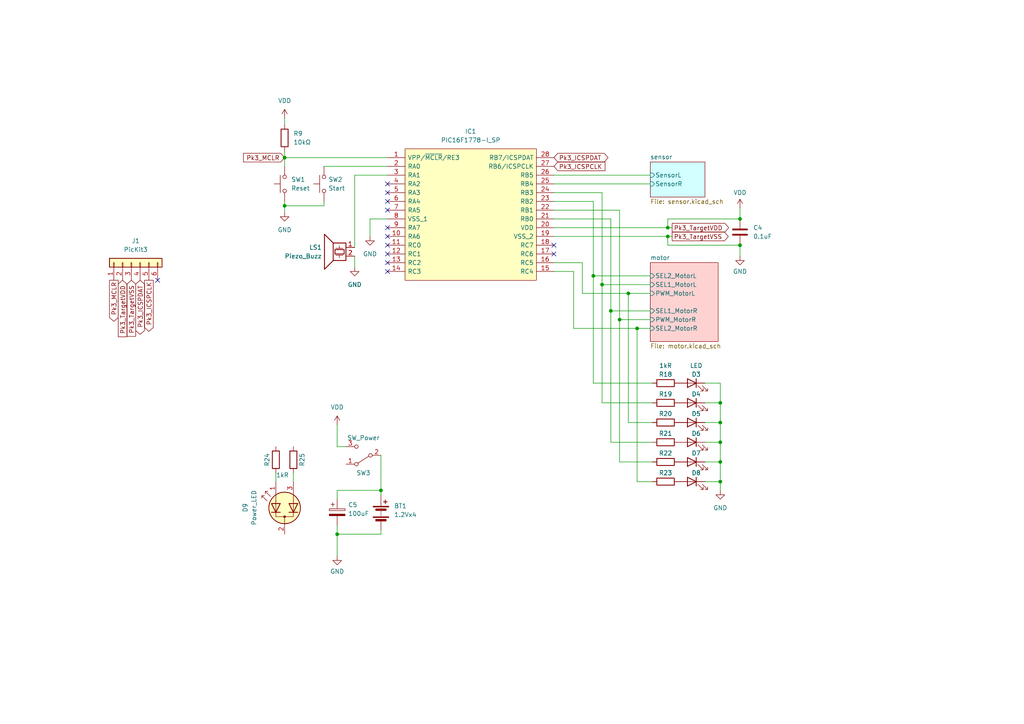
<source format=kicad_sch>
(kicad_sch (version 20230121) (generator eeschema)
  (paper "A4")
  (title_block (title "LineTracer-Practice") (date "2023-06-18") (rev "BETA") (company "KCCTD4-8") (comment 1 "*Unless otherwise noted, resistors used are 1/4W resistors.") (comment 2 ">>>UNCHECKED CIRCUIT<<<"))
  (lib_symbols
    (symbol "Connector_Generic:Conn_01x06" (pin_names (offset 1.016) hide)
      (property "Reference" "J" (at 0 7.62 0))
      (property "Value" "Conn_01x06" (at 0 -10.16 0))
      (symbol "Conn_01x06_1_1"
        (rectangle (start -1.27 -7.493) (end 0 -7.747) (stroke (width 0.1524)))
        (rectangle (start -1.27 -4.953) (end 0 -5.207) (stroke (width 0.1524)))
        (rectangle (start -1.27 -2.413) (end 0 -2.667) (stroke (width 0.1524)))
        (rectangle (start -1.27 0.127) (end 0 -0.127) (stroke (width 0.1524)))
        (rectangle (start -1.27 2.667) (end 0 2.413) (stroke (width 0.1524)))
        (rectangle (start -1.27 5.207) (end 0 4.953) (stroke (width 0.1524)))
        (rectangle (start -1.27 6.35) (end 1.27 -8.89) (stroke (width 0.254)) (fill (type background)))
        (pin passive line (at -5.08 5.08 0) (length 3.81) (name "Pin_1") (number "1"))
        (pin passive line (at -5.08 2.54 0) (length 3.81) (name "Pin_2") (number "2"))
        (pin passive line (at -5.08 0 0) (length 3.81) (name "Pin_3") (number "3"))
        (pin passive line (at -5.08 -2.54 0) (length 3.81) (name "Pin_4") (number "4"))
        (pin passive line (at -5.08 -5.08 0) (length 3.81) (name "Pin_5") (number "5"))
        (pin passive line (at -5.08 -7.62 0) (length 3.81) (name "Pin_6") (number "6"))
      )
    )
    (symbol "Device:Battery" (pin_numbers hide) (pin_names (offset 0) hide)
      (property "Reference" "BT" (at 2.54 2.54 0))
      (property "Value" "Battery" (at 2.54 0 0))
      (symbol "Battery_0_1"
        (rectangle (start -2.286 -1.27) (end 2.286 -1.524) (fill (type outline)))
        (rectangle (start -2.286 1.778) (end 2.286 1.524) (fill (type outline)))
        (rectangle (start -1.524 -2.032) (end 1.524 -2.54) (fill (type outline)))
        (rectangle (start -1.524 1.016) (end 1.524 0.508) (fill (type outline)))
        (polyline (pts (xy 0 -1.016) (xy 0 -0.762)))
        (polyline (pts (xy 0 -0.508) (xy 0 -0.254)))
        (polyline (pts (xy 0 0) (xy 0 0.254)))
        (polyline (pts (xy 0 1.778) (xy 0 2.54)))
        (polyline (pts (xy 0.762 3.048) (xy 1.778 3.048)) (stroke (width 0.254)))
        (polyline (pts (xy 1.27 3.556) (xy 1.27 2.54)) (stroke (width 0.254)))
      )
      (symbol "Battery_1_1"
        (pin passive line (at 0 5.08 270) (length 2.54) (name "+") (number "1"))
        (pin passive line (at 0 -5.08 90) (length 2.54) (name "-") (number "2"))
      )
    )
    (symbol "Device:C" (pin_numbers hide) (pin_names (offset 0.254))
      (property "Reference" "C" (at 0.635 2.54 0))
      (property "Value" "C" (at 0.635 -2.54 0))
      (symbol "C_0_1"
        (polyline (pts (xy -2.032 -0.762) (xy 2.032 -0.762)) (stroke (width 0.508)))
        (polyline (pts (xy -2.032 0.762) (xy 2.032 0.762)) (stroke (width 0.508)))
      )
      (symbol "C_1_1"
        (pin passive line (at 0 3.81 270) (length 2.794) (name "~") (number "1"))
        (pin passive line (at 0 -3.81 90) (length 2.794) (name "~") (number "2"))
      )
    )
    (symbol "Device:C_Polarized" (pin_numbers hide) (pin_names (offset 0.254))
      (property "Reference" "C" (at 0.635 2.54 0))
      (property "Value" "C_Polarized" (at 0.635 -2.54 0))
      (symbol "C_Polarized_0_1"
        (rectangle (start -2.286 0.508) (end 2.286 1.016))
        (polyline (pts (xy -1.778 2.286) (xy -0.762 2.286)))
        (polyline (pts (xy -1.27 2.794) (xy -1.27 1.778)))
        (rectangle (start 2.286 -0.508) (end -2.286 -1.016) (fill (type outline)))
      )
      (symbol "C_Polarized_1_1"
        (pin passive line (at 0 3.81 270) (length 2.794) (name "~") (number "1"))
        (pin passive line (at 0 -3.81 90) (length 2.794) (name "~") (number "2"))
      )
    )
    (symbol "Device:LED" (pin_numbers hide) (pin_names (offset 1.016) hide)
      (property "Reference" "D" (at 0 2.54 0))
      (property "Value" "LED" (at 0 -2.54 0))
      (symbol "LED_0_1"
        (polyline (pts (xy -1.27 -1.27) (xy -1.27 1.27)) (stroke (width 0.254)))
        (polyline (pts (xy -1.27 0) (xy 1.27 0)))
        (polyline (pts (xy 1.27 -1.27) (xy 1.27 1.27) (xy -1.27 0) (xy 1.27 -1.27)) (stroke (width 0.254)))
        (polyline (pts (xy -3.048 -0.762) (xy -4.572 -2.286) (xy -3.81 -2.286) (xy -4.572 -2.286) (xy -4.572 -1.524)))
        (polyline (pts (xy -1.778 -0.762) (xy -3.302 -2.286) (xy -2.54 -2.286) (xy -3.302 -2.286) (xy -3.302 -1.524)))
      )
      (symbol "LED_1_1"
        (pin passive line (at -3.81 0 0) (length 2.54) (name "K") (number "1"))
        (pin passive line (at 3.81 0 180) (length 2.54) (name "A") (number "2"))
      )
    )
    (symbol "Device:LED_Dual_AKA" (pin_names (offset 0) hide)
      (property "Reference" "D" (at 0 5.715 0))
      (property "Value" "LED_Dual_AKA" (at 0 -6.35 0))
      (symbol "LED_Dual_AKA_0_1"
        (circle (center -2.54 0) (radius 0.2794) (fill (type outline)))
        (polyline (pts (xy -4.572 0) (xy -2.54 0)))
        (polyline (pts (xy -1.27 -1.27) (xy -1.27 -3.81)) (stroke (width 0.254)))
        (polyline (pts (xy -1.27 1.27) (xy -1.27 3.81)) (stroke (width 0.254)))
        (polyline (pts (xy 3.81 -2.54) (xy 1.905 -2.54)))
        (polyline (pts (xy 3.81 2.54) (xy 1.905 2.54)))
        (polyline (pts (xy 1.27 -3.81) (xy 1.27 -1.27) (xy -1.27 -2.54) (xy 1.27 -3.81)) (stroke (width 0.254)))
        (polyline (pts (xy 1.27 1.27) (xy 1.27 3.81) (xy -1.27 2.54) (xy 1.27 1.27)) (stroke (width 0.254)))
        (polyline (pts (xy 2.032 2.54) (xy -2.54 2.54) (xy -2.54 -2.54) (xy 2.032 -2.54)))
        (polyline (pts (xy 2.032 5.08) (xy 3.556 6.604) (xy 2.794 6.604) (xy 3.556 6.604) (xy 3.556 5.842)))
        (polyline (pts (xy 3.302 4.064) (xy 4.826 5.588) (xy 4.064 5.588) (xy 4.826 5.588) (xy 4.826 4.826)))
        (circle (center 0 0) (radius 4.572) (stroke (width 0.254)) (fill (type background)))
      )
      (symbol "LED_Dual_AKA_1_1"
        (pin input line (at 7.62 2.54 180) (length 3.81) (name "A1") (number "1"))
        (pin input line (at -7.62 0 0) (length 3.048) (name "K") (number "2"))
        (pin input line (at 7.62 -2.54 180) (length 3.81) (name "A2") (number "3"))
      )
    )
    (symbol "Device:R" (pin_numbers hide) (pin_names (offset 0))
      (property "Reference" "R" (at 2.032 0 90))
      (property "Value" "R" (at 0 0 90))
      (symbol "R_0_1"
        (rectangle (start -1.016 -2.54) (end 1.016 2.54) (stroke (width 0.254)))
      )
      (symbol "R_1_1"
        (pin passive line (at 0 3.81 270) (length 1.27) (name "~") (number "1"))
        (pin passive line (at 0 -3.81 90) (length 1.27) (name "~") (number "2"))
      )
    )
    (symbol "Device:Speaker_Crystal" (pin_names (offset 0) hide)
      (property "Reference" "LS" (at 0.635 5.715 0))
      (property "Value" "Speaker_Crystal" (at 0.635 3.81 0))
      (symbol "Speaker_Crystal_0_0"
        (rectangle (start -2.54 1.27) (end 1.143 -3.81) (stroke (width 0.254)))
        (rectangle (start -2.032 -0.635) (end 0.635 -1.905) (stroke (width 0.254)))
        (polyline (pts (xy -1.651 -2.286) (xy 0.381 -2.286)))
        (polyline (pts (xy -1.651 -0.254) (xy 0.381 -0.254)))
        (polyline (pts (xy -0.635 -2.286) (xy -0.635 -3.048)))
        (polyline (pts (xy -0.635 -0.254) (xy -0.635 0.508)))
        (polyline (pts (xy 1.143 1.27) (xy 3.683 3.81) (xy 3.683 -6.35) (xy 1.143 -3.81)) (stroke (width 0.254)))
      )
      (symbol "Speaker_Crystal_1_1"
        (pin input line (at -5.08 0 0) (length 2.54) (name "1") (number "1"))
        (pin input line (at -5.08 -2.54 0) (length 2.54) (name "2") (number "2"))
      )
    )
    (symbol "SamacSys:PIC16F1778-I_SP" (pin_names (offset 0.762))
      (property "Reference" "IC1" (at 24.13 7.62 0))
      (property "Value" "PIC16F1778-I_SP" (at 24.13 5.08 0))
      (symbol "PIC16F1778-I_SP_0_0"
        (pin passive line (at 0 0 0) (length 5.08) (name "VPP/~{MCLR}/RE3") (number "1"))
        (pin passive line (at 0 -22.86 0) (length 5.08) (name "RA6") (number "10"))
        (pin passive line (at 0 -25.4 0) (length 5.08) (name "RC0") (number "11"))
        (pin passive line (at 0 -27.94 0) (length 5.08) (name "RC1") (number "12"))
        (pin passive line (at 0 -30.48 0) (length 5.08) (name "RC2") (number "13"))
        (pin passive line (at 0 -33.02 0) (length 5.08) (name "RC3") (number "14"))
        (pin passive line (at 48.26 -33.02 180) (length 5.08) (name "RC4") (number "15"))
        (pin passive line (at 48.26 -30.48 180) (length 5.08) (name "RC5") (number "16"))
        (pin passive line (at 48.26 -27.94 180) (length 5.08) (name "RC6") (number "17"))
        (pin passive line (at 48.26 -25.4 180) (length 5.08) (name "RC7") (number "18"))
        (pin passive line (at 48.26 -22.86 180) (length 5.08) (name "VSS_2") (number "19"))
        (pin passive line (at 0 -2.54 0) (length 5.08) (name "RA0") (number "2"))
        (pin passive line (at 48.26 -20.32 180) (length 5.08) (name "VDD") (number "20"))
        (pin passive line (at 48.26 -17.78 180) (length 5.08) (name "RB0") (number "21"))
        (pin passive line (at 48.26 -15.24 180) (length 5.08) (name "RB1") (number "22"))
        (pin passive line (at 48.26 -12.7 180) (length 5.08) (name "RB2") (number "23"))
        (pin passive line (at 48.26 -10.16 180) (length 5.08) (name "RB3") (number "24"))
        (pin passive line (at 48.26 -7.62 180) (length 5.08) (name "RB4") (number "25"))
        (pin passive line (at 48.26 -5.08 180) (length 5.08) (name "RB5") (number "26"))
        (pin passive line (at 48.26 -2.54 180) (length 5.08) (name "RB6/ICSPCLK") (number "27"))
        (pin passive line (at 48.26 0 180) (length 5.08) (name "RB7/ICSPDAT") (number "28"))
        (pin passive line (at 0 -5.08 0) (length 5.08) (name "RA1") (number "3"))
        (pin passive line (at 0 -7.62 0) (length 5.08) (name "RA2") (number "4"))
        (pin passive line (at 0 -10.16 0) (length 5.08) (name "RA3") (number "5"))
        (pin passive line (at 0 -12.7 0) (length 5.08) (name "RA4") (number "6"))
        (pin passive line (at 0 -15.24 0) (length 5.08) (name "RA5") (number "7"))
        (pin passive line (at 0 -17.78 0) (length 5.08) (name "VSS_1") (number "8"))
        (pin passive line (at 0 -20.32 0) (length 5.08) (name "RA7") (number "9"))
      )
      (symbol "PIC16F1778-I_SP_1_1"
        (polyline (pts (xy 5.08 2.54) (xy 43.18 2.54) (xy 43.18 -35.56) (xy 5.08 -35.56) (xy 5.08 2.54)) (stroke (width 0.1524)) (fill (type background)))
      )
    )
    (symbol "Switch:SW_Push" (pin_numbers hide) (pin_names (offset 1.016) hide)
      (property "Reference" "SW" (at 1.27 2.54 0))
      (property "Value" "SW_Push" (at 0 -1.524 0))
      (symbol "SW_Push_0_1"
        (circle (center -2.032 0) (radius 0.508))
        (polyline (pts (xy 0 1.27) (xy 0 3.048)))
        (polyline (pts (xy 2.54 1.27) (xy -2.54 1.27)))
        (circle (center 2.032 0) (radius 0.508))
        (pin passive line (at -5.08 0 0) (length 2.54) (name "1") (number "1"))
        (pin passive line (at 5.08 0 180) (length 2.54) (name "2") (number "2"))
      )
    )
    (symbol "Switch:SW_SPDT" (pin_names (offset 0) hide)
      (property "Reference" "SW" (at 0 4.318 0))
      (property "Value" "SW_SPDT" (at 0 -5.08 0))
      (symbol "SW_SPDT_0_0"
        (circle (center -2.032 0) (radius 0.508))
        (circle (center 2.032 -2.54) (radius 0.508))
      )
      (symbol "SW_SPDT_0_1"
        (polyline (pts (xy -1.524 0.254) (xy 1.651 2.286)))
        (circle (center 2.032 2.54) (radius 0.508))
      )
      (symbol "SW_SPDT_1_1"
        (pin passive line (at 5.08 2.54 180) (length 2.54) (name "A") (number "1"))
        (pin passive line (at -5.08 0 0) (length 2.54) (name "B") (number "2"))
        (pin passive line (at 5.08 -2.54 180) (length 2.54) (name "C") (number "3"))
      )
    )
    (symbol "power:GND" (power) (pin_names (offset 0))
      (property "Value" "GND" (at 0 -3.81 0))
      (symbol "GND_0_1"
        (polyline (pts (xy 0 0) (xy 0 -1.27) (xy 1.27 -1.27) (xy 0 -2.54) (xy -1.27 -1.27) (xy 0 -1.27)))
      )
      (symbol "GND_1_1"
        (pin power_in line (at 0 0 270) (length 0) hide (name "GND") (number "1"))
      )
    )
    (symbol "power:VDD" (power) (pin_names (offset 0))
      (property "Value" "VDD" (at 0 3.81 0))
      (symbol "VDD_0_1"
        (polyline (pts (xy -0.762 1.27) (xy 0 2.54)))
        (polyline (pts (xy 0 0) (xy 0 2.54)))
        (polyline (pts (xy 0 2.54) (xy 0.762 1.27)))
      )
      (symbol "VDD_1_1"
        (pin power_in line (at 0 0 90) (length 0) hide (name "VDD") (number "1"))
      )
    )
  )
  (junction (at 208.915 128.27))
  (junction (at 110.49 142.24))
  (junction (at 208.915 122.555))
  (junction (at 184.785 95.25))
  (junction (at 179.705 92.71))
  (junction (at 208.915 116.84))
  (junction (at 97.79 154.94))
  (junction (at 193.675 66.04))
  (junction (at 82.55 45.72))
  (junction (at 82.55 59.69))
  (junction (at 174.625 82.55))
  (junction (at 172.085 80.01))
  (junction (at 208.915 133.985))
  (junction (at 208.915 139.7))
  (junction (at 214.63 71.12))
  (junction (at 193.675 68.58))
  (junction (at 177.165 90.17))
  (junction (at 182.245 85.09))
  (junction (at 214.63 63.5))
  (no_connect (at 45.72 81.28))
  (no_connect (at 112.395 76.2))
  (no_connect (at 112.395 68.58))
  (no_connect (at 112.395 71.12))
  (no_connect (at 160.655 71.12))
  (no_connect (at 112.395 60.96))
  (no_connect (at 160.655 73.66))
  (no_connect (at 112.395 58.42))
  (no_connect (at 112.395 53.34))
  (no_connect (at 112.395 66.04))
  (no_connect (at 112.395 55.88))
  (no_connect (at 112.395 73.66))
  (no_connect (at 112.395 78.74))
  (wire (pts (xy 168.91 76.2) (xy 168.91 85.09)))
  (wire (pts (xy 166.37 95.25) (xy 184.785 95.25)))
  (wire (pts (xy 194.945 68.58) (xy 193.675 68.58)))
  (wire (pts (xy 85.09 137.16) (xy 85.09 139.7)))
  (wire (pts (xy 93.98 59.69) (xy 93.98 58.42)))
  (wire (pts (xy 110.49 142.24) (xy 110.49 143.51)))
  (wire (pts (xy 82.55 59.69) (xy 82.55 58.42)))
  (wire (pts (xy 179.705 92.71) (xy 179.705 60.96)))
  (wire (pts (xy 184.785 139.7) (xy 184.785 95.25)))
  (wire (pts (xy 82.55 36.195) (xy 82.55 34.29)))
  (wire (pts (xy 172.085 111.125) (xy 172.085 80.01)))
  (wire (pts (xy 189.23 133.985) (xy 179.705 133.985)))
  (wire (pts (xy 193.675 66.04) (xy 193.675 63.5)))
  (wire (pts (xy 208.915 133.985) (xy 208.915 139.7)))
  (wire (pts (xy 193.675 66.04) (xy 160.655 66.04)))
  (wire (pts (xy 97.79 154.94) (xy 110.49 154.94)))
  (wire (pts (xy 208.915 128.27) (xy 208.915 133.985)))
  (wire (pts (xy 166.37 78.74) (xy 160.655 78.74)))
  (wire (pts (xy 97.79 123.19) (xy 97.79 129.54)))
  (wire (pts (xy 208.915 142.24) (xy 208.915 139.7)))
  (wire (pts (xy 193.675 68.58) (xy 193.675 71.12)))
  (wire (pts (xy 174.625 55.88) (xy 174.625 82.55)))
  (wire (pts (xy 80.01 137.16) (xy 80.01 139.7)))
  (wire (pts (xy 204.47 122.555) (xy 208.915 122.555)))
  (wire (pts (xy 93.98 48.26) (xy 112.395 48.26)))
  (wire (pts (xy 174.625 82.55) (xy 188.595 82.55)))
  (wire (pts (xy 208.915 116.84) (xy 208.915 122.555)))
  (wire (pts (xy 193.675 63.5) (xy 214.63 63.5)))
  (wire (pts (xy 188.595 92.71) (xy 179.705 92.71)))
  (wire (pts (xy 97.79 144.78) (xy 97.79 142.24)))
  (wire (pts (xy 208.915 111.125) (xy 208.915 116.84)))
  (wire (pts (xy 82.55 59.69) (xy 82.55 61.595)))
  (wire (pts (xy 189.23 128.27) (xy 177.165 128.27)))
  (wire (pts (xy 204.47 128.27) (xy 208.915 128.27)))
  (wire (pts (xy 97.79 142.24) (xy 110.49 142.24)))
  (wire (pts (xy 97.79 129.54) (xy 100.33 129.54)))
  (wire (pts (xy 160.655 63.5) (xy 177.165 63.5)))
  (wire (pts (xy 102.87 50.8) (xy 102.87 71.755)))
  (wire (pts (xy 172.085 58.42) (xy 172.085 80.01)))
  (wire (pts (xy 177.165 90.17) (xy 188.595 90.17)))
  (wire (pts (xy 177.165 128.27) (xy 177.165 90.17)))
  (wire (pts (xy 193.675 66.04) (xy 194.945 66.04)))
  (wire (pts (xy 189.23 122.555) (xy 182.245 122.555)))
  (wire (pts (xy 193.675 71.12) (xy 214.63 71.12)))
  (wire (pts (xy 214.63 60.325) (xy 214.63 63.5)))
  (wire (pts (xy 204.47 111.125) (xy 208.915 111.125)))
  (wire (pts (xy 110.49 132.08) (xy 110.49 142.24)))
  (wire (pts (xy 110.49 154.94) (xy 110.49 153.67)))
  (wire (pts (xy 214.63 74.295) (xy 214.63 71.12)))
  (wire (pts (xy 97.79 161.29) (xy 97.79 154.94)))
  (wire (pts (xy 204.47 133.985) (xy 208.915 133.985)))
  (wire (pts (xy 107.315 68.58) (xy 107.315 63.5)))
  (wire (pts (xy 184.785 95.25) (xy 188.595 95.25)))
  (wire (pts (xy 174.625 116.84) (xy 174.625 82.55)))
  (wire (pts (xy 189.23 139.7) (xy 184.785 139.7)))
  (wire (pts (xy 112.395 50.8) (xy 102.87 50.8)))
  (wire (pts (xy 208.915 122.555) (xy 208.915 128.27)))
  (wire (pts (xy 160.655 58.42) (xy 172.085 58.42)))
  (wire (pts (xy 160.655 55.88) (xy 174.625 55.88)))
  (wire (pts (xy 182.245 85.09) (xy 168.91 85.09)))
  (wire (pts (xy 82.55 43.815) (xy 82.55 45.72)))
  (wire (pts (xy 177.165 63.5) (xy 177.165 90.17)))
  (wire (pts (xy 160.655 76.2) (xy 168.91 76.2)))
  (wire (pts (xy 172.085 111.125) (xy 189.23 111.125)))
  (wire (pts (xy 107.315 63.5) (xy 112.395 63.5)))
  (wire (pts (xy 93.98 59.69) (xy 82.55 59.69)))
  (wire (pts (xy 189.23 116.84) (xy 174.625 116.84)))
  (wire (pts (xy 166.37 78.74) (xy 166.37 95.25)))
  (wire (pts (xy 182.245 85.09) (xy 188.595 85.09)))
  (wire (pts (xy 208.915 139.7) (xy 204.47 139.7)))
  (wire (pts (xy 160.655 50.8) (xy 188.595 50.8)))
  (wire (pts (xy 82.55 45.72) (xy 112.395 45.72)))
  (wire (pts (xy 172.085 80.01) (xy 188.595 80.01)))
  (wire (pts (xy 193.675 68.58) (xy 160.655 68.58)))
  (wire (pts (xy 179.705 133.985) (xy 179.705 92.71)))
  (wire (pts (xy 204.47 116.84) (xy 208.915 116.84)))
  (wire (pts (xy 160.655 53.34) (xy 188.595 53.34)))
  (wire (pts (xy 102.87 74.295) (xy 102.87 77.47)))
  (wire (pts (xy 82.55 48.26) (xy 82.55 45.72)))
  (wire (pts (xy 97.79 152.4) (xy 97.79 154.94)))
  (wire (pts (xy 160.655 60.96) (xy 179.705 60.96)))
  (wire (pts (xy 182.245 122.555) (xy 182.245 85.09)))
  (global_label "Pk3_ICSPCLK" (shape input) (at 160.655 48.26 0) (property "Intersheetrefs" "${INTERSHEET_REFS}" (effects hide)))
  (global_label "Pk3_TargetVDD" (shape output) (at 194.945 66.04 0) (property "Intersheetrefs" "${INTERSHEET_REFS}" (effects hide)))
  (global_label "Pk3_TargetVSS" (shape input) (at 38.1 81.28 270) (property "Intersheetrefs" "${INTERSHEET_REFS}" (effects hide)))
  (global_label "Pk3_TargetVSS" (shape output) (at 194.945 68.58 0) (property "Intersheetrefs" "${INTERSHEET_REFS}" (effects hide)))
  (global_label "Pk3_MCLR" (shape input) (at 82.55 45.72 180) (property "Intersheetrefs" "${INTERSHEET_REFS}" (effects hide)))
  (global_label "Pk3_TargetVDD" (shape input) (at 35.56 81.28 270) (property "Intersheetrefs" "${INTERSHEET_REFS}" (effects hide)))
  (global_label "Pk3_ICSPDAT" (shape bidirectional) (at 160.655 45.72 0) (property "Intersheetrefs" "${INTERSHEET_REFS}" (effects hide)))
  (global_label "Pk3_ICSPDAT" (shape bidirectional) (at 40.64 81.28 270) (property "Intersheetrefs" "${INTERSHEET_REFS}" (effects hide)))
  (global_label "Pk3_ICSPCLK" (shape output) (at 43.18 81.28 270) (property "Intersheetrefs" "${INTERSHEET_REFS}" (effects hide)))
  (global_label "Pk3_MCLR" (shape output) (at 33.02 81.28 270) (property "Intersheetrefs" "${INTERSHEET_REFS}" (effects hide)))
  (symbol (lib_id "Device:C_Polarized") (at 97.79 148.59 0) (unit 1)
    (property "Reference" "C5" (at 100.965 146.431 0) (effects (justify left)))
    (property "Value" "100uF" (at 100.965 148.971 0) (effects (justify left)))
  )
  (symbol (lib_id "Device:Battery") (at 110.49 148.59 0) (unit 1)
    (property "Reference" "BT1" (at 114.3 146.7485 0) (effects (justify left)))
    (property "Value" "1.2Vx4" (at 114.3 149.2885 0) (effects (justify left)))
  )
  (symbol (lib_id "Device:R") (at 193.04 139.7 90) (unit 1)
    (property "Reference" "R23" (at 193.04 137.16 90))
    (property "Value" "1kR" (effects hide))
  )
  (symbol (lib_id "power:GND") (at 208.915 142.24 0) (unit 1)
    (property "Reference" "#PWR033" (effects hide))
    (property "Value" "GND" (at 208.915 147.32 0))
  )
  (symbol (lib_id "power:GND") (at 82.55 61.595 0) (unit 1)
    (property "Reference" "#PWR013" (effects hide))
    (property "Value" "GND" (at 82.55 66.675 0))
  )
  (symbol (lib_id "Device:R") (at 80.01 133.35 180) (unit 1)
    (property "Reference" "R24" (at 77.47 133.35 90))
    (property "Value" "1kR" (at 81.915 137.795 0))
  )
  (symbol (lib_id "Device:R") (at 193.04 122.555 90) (unit 1)
    (property "Reference" "R20" (at 193.04 120.015 90))
    (property "Value" "1kR" (effects hide))
  )
  (symbol (lib_id "Device:LED") (at 200.66 139.7 0) (mirror y) (unit 1)
    (property "Reference" "D8" (at 201.93 137.16 0))
    (property "Value" "LED" (effects hide))
  )
  (symbol (lib_id "power:GND") (at 107.315 68.58 0) (unit 1)
    (property "Reference" "#PWR016" (effects hide))
    (property "Value" "GND" (at 107.315 73.66 0))
  )
  (symbol (lib_id "Device:LED") (at 200.66 128.27 0) (mirror y) (unit 1)
    (property "Reference" "D6" (at 201.93 125.73 0))
    (property "Value" "LED" (effects hide))
  )
  (symbol (lib_id "Device:C") (at 214.63 67.31 0) (unit 1)
    (property "Reference" "C4" (at 218.44 66.04 0) (effects (justify left)))
    (property "Value" "0.1uF" (at 218.44 68.58 0) (effects (justify left)))
  )
  (symbol (lib_id "SamacSys:PIC16F1778-I_SP") (at 112.395 45.72 0) (unit 1)
    (property "Reference" "IC1" (at 136.525 38.1 0))
    (property "Value" "PIC16F1778-I_SP" (at 136.525 40.64 0))
    (property "Footprint" "Samacsys:DIP794W56P254L3486H508Q28N" (effects hide))
    (property "Datasheet" "http://uk.rs-online.com/web/p/products/9125322P" (effects hide))
    (property "Description" "Microchip PIC16F1778-I/SP, 8bit PIC Microcontroller, 32MHz, 28 kB Flash, 28-Pin SPDIP" (effects hide))
    (property "Height" "5.08" (effects hide))
    (property "RS Part Number" "9125322P" (effects hide))
    (property "RS Price/Stock" "http://uk.rs-online.com/web/p/products/9125322P" (effects hide))
    (property "Manufacturer_Name" "Microchip" (effects hide))
    (property "Manufacturer_Part_Number" "PIC16F1778-I/SP" (effects hide))
  )
  (symbol (lib_id "power:VDD") (at 82.55 34.29 0) (unit 1)
    (property "Reference" "#PWR014" (effects hide))
    (property "Value" "VDD" (at 82.55 29.21 0))
  )
  (symbol (lib_id "Device:R") (at 82.55 40.005 0) (unit 1)
    (property "Reference" "R9" (at 85.09 38.735 0) (effects (justify left)))
    (property "Value" "10kΩ" (at 85.09 41.275 0) (effects (justify left)))
  )
  (symbol (lib_id "Device:R") (at 193.04 133.985 90) (unit 1)
    (property "Reference" "R22" (at 193.04 131.445 90))
    (property "Value" "1kR" (effects hide))
  )
  (symbol (lib_id "Device:LED_Dual_AKA") (at 82.55 147.32 90) (unit 1)
    (property "Reference" "D9" (at 71.12 147.2565 0))
    (property "Value" "Power_LED" (at 73.66 147.2565 0))
  )
  (symbol (lib_id "Device:R") (at 193.04 116.84 90) (unit 1)
    (property "Reference" "R19" (at 193.04 114.3 90))
    (property "Value" "1kR" (effects hide))
  )
  (symbol (lib_id "Device:LED") (at 200.66 122.555 0) (mirror y) (unit 1)
    (property "Reference" "D5" (at 201.93 120.015 0))
    (property "Value" "LED" (effects hide))
  )
  (symbol (lib_id "Device:LED") (at 200.66 116.84 0) (mirror y) (unit 1)
    (property "Reference" "D4" (at 201.93 114.3 0))
    (property "Value" "LED" (effects hide))
  )
  (symbol (lib_id "power:VDD") (at 214.63 60.325 0) (unit 1)
    (property "Reference" "#PWR011" (effects hide))
    (property "Value" "VDD" (at 214.63 55.88 0))
  )
  (symbol (lib_id "Connector_Generic:Conn_01x06") (at 38.1 76.2 90) (unit 1)
    (property "Reference" "J1" (at 39.37 69.85 90))
    (property "Value" "PicKit3" (at 39.37 72.39 90))
  )
  (symbol (lib_id "Device:R") (at 85.09 133.35 180) (unit 1)
    (property "Reference" "R25" (at 87.63 133.35 90))
    (property "Value" "R" (effects hide))
  )
  (symbol (lib_id "power:VDD") (at 97.79 123.19 0) (unit 1)
    (property "Reference" "#PWR018" (effects hide))
    (property "Value" "VDD" (at 97.79 118.11 0))
  )
  (symbol (lib_id "power:GND") (at 97.79 161.29 0) (unit 1)
    (property "Reference" "#PWR017" (effects hide))
    (property "Value" "GND" (at 97.79 165.735 0))
  )
  (symbol (lib_id "power:GND") (at 214.63 74.295 0) (unit 1)
    (property "Reference" "#PWR012" (effects hide))
    (property "Value" "GND" (at 214.63 78.74 0))
  )
  (symbol (lib_id "Device:LED") (at 200.66 133.985 0) (mirror y) (unit 1)
    (property "Reference" "D7" (at 201.93 131.445 0))
    (property "Value" "LED" (effects hide))
  )
  (symbol (lib_id "Device:R") (at 193.04 111.125 90) (unit 1)
    (property "Reference" "R18" (at 193.04 108.585 90))
    (property "Value" "1kR" (at 193.04 106.045 90))
  )
  (symbol (lib_id "Device:LED") (at 200.66 111.125 0) (mirror y) (unit 1)
    (property "Reference" "D3" (at 201.93 108.585 0))
    (property "Value" "LED" (at 201.93 106.045 0))
  )
  (symbol (lib_id "power:GND") (at 102.87 77.47 0) (unit 1)
    (property "Reference" "#PWR015" (effects hide))
    (property "Value" "GND" (at 102.87 82.55 0))
  )
  (symbol (lib_id "Switch:SW_SPDT") (at 105.41 132.08 180) (unit 1)
    (property "Reference" "SW3" (at 105.41 137.16 0))
    (property "Value" "SW_Power" (at 105.41 127 0))
  )
  (symbol (lib_id "Device:Speaker_Crystal") (at 97.79 71.755 0) (mirror y) (unit 1)
    (property "Reference" "LS1" (at 93.345 71.755 0) (effects (justify left)))
    (property "Value" "Piezo_Buzz" (at 93.345 74.295 0) (effects (justify left)))
    (property "Footprint" "Buzzer_Beeper:Buzzer_12x9.5RM7.6" (effects hide))
  )
  (symbol (lib_id "Device:R") (at 193.04 128.27 90) (unit 1)
    (property "Reference" "R21" (at 193.04 125.73 90))
    (property "Value" "1kR" (effects hide))
  )
  (symbol (lib_id "Switch:SW_Push") (at 82.55 53.34 90) (unit 1)
    (property "Reference" "SW1" (at 84.455 52.07 90) (effects (justify right)))
    (property "Value" "Reset" (at 84.455 54.61 90) (effects (justify right)))
  )
  (symbol (lib_id "Switch:SW_Push") (at 93.98 53.34 90) (unit 1)
    (property "Reference" "SW2" (at 95.25 52.07 90) (effects (justify right)))
    (property "Value" "Start" (at 95.25 54.61 90) (effects (justify right)))
  )
  (sheet (at 188.595 76.2) (size 19.685 22.86) (stroke (width 0.1524)) (fill (color 255 210 210 1.0000))
    (property "Sheetname" "motor" (at 188.595 75.4884 0) (effects (justify left bottom)))
    (property "Sheetfile" "motor.kicad_sch" (at 188.595 99.6446 0) (effects (justify left top)))
    (pin "SEL1_MotorR" input (at 188.595 90.17 180))
    (pin "PWM_MotorR" input (at 188.595 92.71 180))
    (pin "SEL2_MotorR" input (at 188.595 95.25 180))
    (pin "SEL2_MotorL" input (at 188.595 80.01 180))
    (pin "SEL1_MotorL" input (at 188.595 82.55 180))
    (pin "PWM_MotorL" input (at 188.595 85.09 180))
  )
  (sheet (at 188.595 46.99) (size 15.875 10.16) (stroke (width 0.1524)) (fill (color 210 255 255 1.0000))
    (property "Sheetname" "sensor" (at 188.595 46.2784 0) (effects (justify left bottom)))
    (property "Sheetfile" "sensor.kicad_sch" (at 188.595 57.7346 0) (effects (justify left top)))
    (pin "SensorL" input (at 188.595 50.8 180))
    (pin "SensorR" input (at 188.595 53.34 180))
  )
)
</source>
